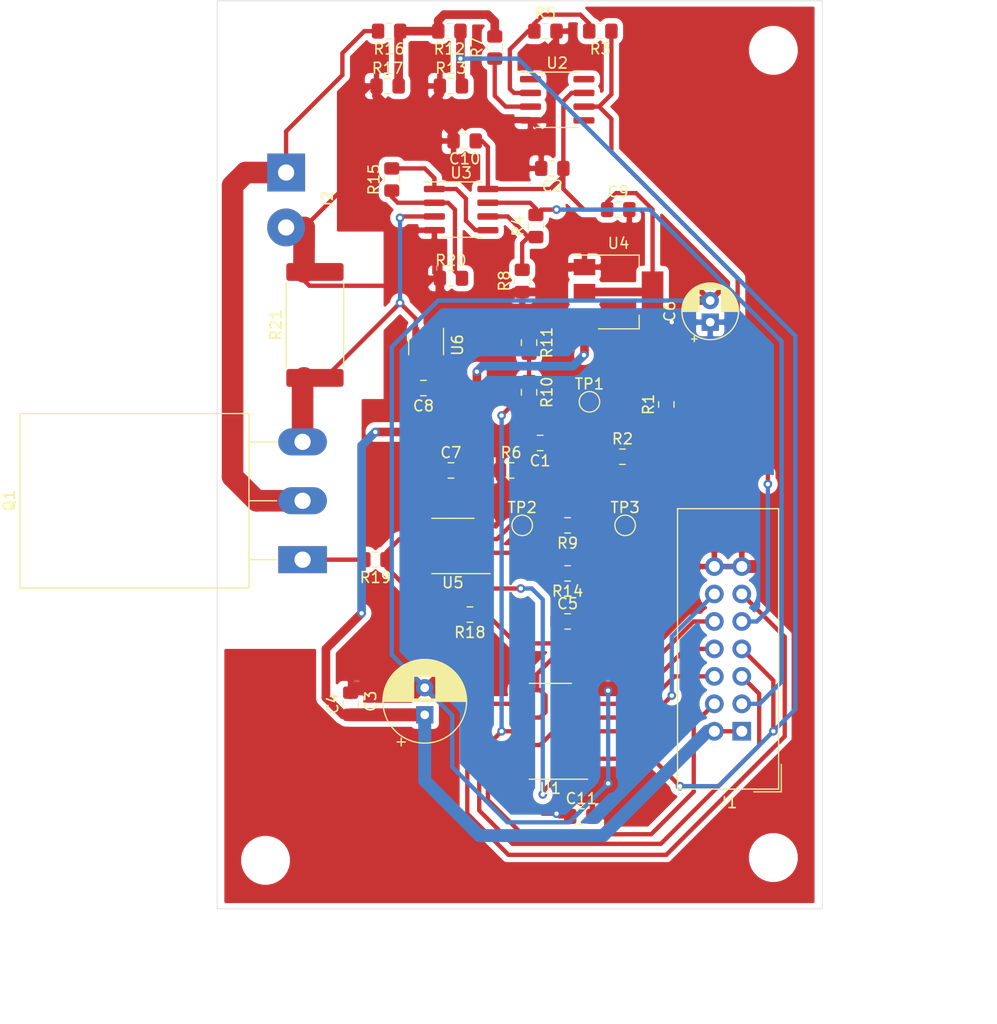
<source format=kicad_pcb>
(kicad_pcb (version 20171130) (host pcbnew "(5.1.5)-3")
  (layers (0 F.Cu signal) (31 B.Cu signal) (34 B.Paste user) (35 F.Paste user) (36 B.SilkS user) (37 F.SilkS user) (38 B.Mask user) (39 F.Mask user) (44 Edge.Cuts user))
  (net 0 "")
  (net 1 GNDA)
  (net 2 INP_CURR_H_RANGE)
  (net 3 +5VA)
  (net 4 +12V)
  (net 5 "Net-(C5-Pad2)")
  (net 6 "Net-(C5-Pad1)")
  (net 7 EN_VOLT_FB)
  (net 8 EN_V_POS)
  (net 9 EN_V_NEG)
  (net 10 EN_CURR_FB)
  (net 11 SET_V_POS)
  (net 12 SET_V_NEG)
  (net 13 INP_V_L_RANGE)
  (net 14 INP_V_H_RANGE)
  (net 15 INP_CURR_L_RANGE)
  (net 16 /INPUT_V_POS)
  (net 17 "Net-(Q1-Pad3)")
  (net 18 "Net-(Q1-Pad1)")
  (net 19 "Net-(R1-Pad2)")
  (net 20 "Net-(R3-Pad2)")
  (net 21 "Net-(R4-Pad1)")
  (net 22 "Net-(R12-Pad2)")
  (net 23 "Net-(R7-Pad1)")
  (net 24 "Net-(R9-Pad1)")
  (net 25 "Net-(R10-Pad1)")
  (net 26 "Net-(R11-Pad1)")
  (net 27 "Net-(R15-Pad2)")
  (net 28 "Net-(R15-Pad1)")
  (net 29 "Net-(R18-Pad2)")
  (net 30 "Net-(TP2-Pad1)")
  (net 31 "Net-(U2-Pad8)")
  (net 32 "Net-(U2-Pad5)")
  (net 33 "Net-(U2-Pad1)")
  (net 34 "Net-(U5-Pad8)")
  (net 35 "Net-(U5-Pad5)")
  (net 36 "Net-(U5-Pad1)")
  (module MountingHole:MountingHole_3.5mm (layer F.Cu) (at 172.466 127.254)
    (fp_text reference REF** hide)
    (fp_text value MountingHole_3.5mm)
    (pad 1 np_thru_hole circle (at 0 0) (size 3.5 3.5) (drill 3.5) (layers *.Cu *.Mask))
  )
  (module MountingHole:MountingHole_3.5mm (layer F.Cu) (at 125.476 127.508)
    (fp_text reference REF** hide)
    (fp_text value MountingHole_3.5mm)
    (pad 1 np_thru_hole circle (at 0 0) (size 3.5 3.5) (drill 3.5) (layers *.Cu *.Mask))
  )
  (module MountingHole:MountingHole_3.5mm (layer F.Cu) (at 125.476 52.578)
    (fp_text reference REF** hide)
    (fp_text value MountingHole_3.5mm)
    (pad 1 np_thru_hole circle (at 0 0) (size 3.5 3.5) (drill 3.5) (layers *.Cu *.Mask))
  )
  (module MountingHole:MountingHole_3.5mm (layer F.Cu) (at 172.466 52.578)
    (fp_text reference REF** hide)
    (fp_text value MountingHole_3.5mm)
    (pad 1 np_thru_hole circle (at 0 0) (size 3.5 3.5) (drill 3.5) (layers *.Cu *.Mask))
  )
  (module Connector_IDC:IDC-Header_2x07_P2.54mm_Vertical (layer F.Cu) (at 169.545 115.57 180)
    (fp_text reference J1 (at 1.27 -6.604) (layer F.SilkS))
    (fp_text value Conn_02x07_Odd_Even)
    (pad 14 thru_hole oval (at 2.54 15.24 180) (size 1.7272 1.7272) (drill 1.016) (layers *.Cu *.Mask) (net 1 GNDA))
    (pad 13 thru_hole oval (at 0 15.24 180) (size 1.7272 1.7272) (drill 1.016) (layers *.Cu *.Mask) (net 1 GNDA))
    (pad 12 thru_hole oval (at 2.54 12.7 180) (size 1.7272 1.7272) (drill 1.016) (layers *.Cu *.Mask) (net 11 SET_V_POS))
    (pad 11 thru_hole oval (at 0 12.7 180) (size 1.7272 1.7272) (drill 1.016) (layers *.Cu *.Mask) (net 12 SET_V_NEG))
    (pad 10 thru_hole oval (at 2.54 10.16 180) (size 1.7272 1.7272) (drill 1.016) (layers *.Cu *.Mask) (net 10 EN_CURR_FB))
    (pad 9 thru_hole oval (at 0 10.16 180) (size 1.7272 1.7272) (drill 1.016) (layers *.Cu *.Mask) (net 13 INP_V_L_RANGE))
    (pad 8 thru_hole oval (at 2.54 7.62 180) (size 1.7272 1.7272) (drill 1.016) (layers *.Cu *.Mask) (net 9 EN_V_NEG))
    (pad 7 thru_hole oval (at 0 7.62 180) (size 1.7272 1.7272) (drill 1.016) (layers *.Cu *.Mask) (net 14 INP_V_H_RANGE))
    (pad 6 thru_hole oval (at 2.54 5.08 180) (size 1.7272 1.7272) (drill 1.016) (layers *.Cu *.Mask) (net 8 EN_V_POS))
    (pad 5 thru_hole oval (at 0 5.08 180) (size 1.7272 1.7272) (drill 1.016) (layers *.Cu *.Mask) (net 2 INP_CURR_H_RANGE))
    (pad 4 thru_hole oval (at 2.54 2.54 180) (size 1.7272 1.7272) (drill 1.016) (layers *.Cu *.Mask) (net 7 EN_VOLT_FB))
    (pad 3 thru_hole oval (at 0 2.54 180) (size 1.7272 1.7272) (drill 1.016) (layers *.Cu *.Mask) (net 15 INP_CURR_L_RANGE))
    (pad 2 thru_hole oval (at 2.54 0 180) (size 1.7272 1.7272) (drill 1.016) (layers *.Cu *.Mask) (net 4 +12V))
    (pad 1 thru_hole rect (at 0 0 180) (size 1.7272 1.7272) (drill 1.016) (layers *.Cu *.Mask) (net 4 +12V))
  )
  (module Package_TO_SOT_SMD:SOT-23-5 (layer F.Cu) (at 140.335 79.84 270)
    (fp_text reference U6 (at 0 -2.9 90) (layer F.SilkS))
    (fp_text value INA293A)
    (pad 5 smd rect (at 1.1 -0.95 270) (size 1.06 0.65) (layers F.Cu F.Paste F.Mask) (net 4 +12V))
    (pad 4 smd rect (at 1.1 0.95 270) (size 1.06 0.65) (layers F.Cu F.Paste F.Mask) (net 1 GNDA))
    (pad 3 smd rect (at -1.1 0.95 270) (size 1.06 0.65) (layers F.Cu F.Paste F.Mask) (net 17 "Net-(Q1-Pad3)"))
    (pad 2 smd rect (at -1.1 0 270) (size 1.06 0.65) (layers F.Cu F.Paste F.Mask) (net 1 GNDA))
    (pad 1 smd rect (at -1.1 -0.95 270) (size 1.06 0.65) (layers F.Cu F.Paste F.Mask) (net 26 "Net-(R11-Pad1)"))
  )
  (module Package_SO:SOIC-8_3.9x4.9mm_P1.27mm (layer F.Cu) (at 142.81 98.425 180)
    (fp_text reference U5 (at 0 -3.4) (layer F.SilkS))
    (fp_text value OPA189D)
    (pad 8 smd roundrect (at 2.475 -1.905 180) (size 1.95 0.6) (layers F.Cu F.Paste F.Mask) (net 34 "Net-(U5-Pad8)"))
    (pad 7 smd roundrect (at 2.475 -0.635 180) (size 1.95 0.6) (layers F.Cu F.Paste F.Mask) (net 4 +12V))
    (pad 6 smd roundrect (at 2.475 0.635 180) (size 1.95 0.6) (layers F.Cu F.Paste F.Mask) (net 29 "Net-(R18-Pad2)"))
    (pad 5 smd roundrect (at 2.475 1.905 180) (size 1.95 0.6) (layers F.Cu F.Paste F.Mask) (net 35 "Net-(U5-Pad5)"))
    (pad 4 smd roundrect (at -2.475 1.905 180) (size 1.95 0.6) (layers F.Cu F.Paste F.Mask) (net 1 GNDA))
    (pad 3 smd roundrect (at -2.475 0.635 180) (size 1.95 0.6) (layers F.Cu F.Paste F.Mask) (net 30 "Net-(TP2-Pad1)"))
    (pad 2 smd roundrect (at -2.475 -0.635 180) (size 1.95 0.6) (layers F.Cu F.Paste F.Mask) (net 6 "Net-(C5-Pad1)"))
    (pad 1 smd roundrect (at -2.475 -1.905 180) (size 1.95 0.6) (layers F.Cu F.Paste F.Mask) (net 36 "Net-(U5-Pad1)"))
  )
  (module Package_TO_SOT_SMD:SOT-223-3_TabPin2 (layer F.Cu) (at 158.14 74.93)
    (fp_text reference U4 (at 0 -4.5) (layer F.SilkS))
    (fp_text value AMS1117-3.3)
    (pad 1 smd rect (at -3.15 -2.3) (size 2 1.5) (layers F.Cu F.Paste F.Mask) (net 1 GNDA))
    (pad 3 smd rect (at -3.15 2.3) (size 2 1.5) (layers F.Cu F.Paste F.Mask) (net 4 +12V))
    (pad 2 smd rect (at -3.15 0) (size 2 1.5) (layers F.Cu F.Paste F.Mask) (net 3 +5VA))
    (pad 2 smd rect (at 3.15 0) (size 2 3.8) (layers F.Cu F.Paste F.Mask) (net 3 +5VA))
  )
  (module Package_SO:SOIC-8_3.9x4.9mm_P1.27mm (layer F.Cu) (at 143.575 67.31)
    (fp_text reference U3 (at 0 -3.4) (layer F.SilkS))
    (fp_text value OPA2189D)
    (pad 8 smd roundrect (at 2.475 -1.905) (size 1.95 0.6) (layers F.Cu F.Paste F.Mask) (net 3 +5VA))
    (pad 7 smd roundrect (at 2.475 -0.635) (size 1.95 0.6) (layers F.Cu F.Paste F.Mask) (net 15 INP_CURR_L_RANGE))
    (pad 6 smd roundrect (at 2.475 0.635) (size 1.95 0.6) (layers F.Cu F.Paste F.Mask) (net 21 "Net-(R4-Pad1)"))
    (pad 5 smd roundrect (at 2.475 1.905) (size 1.95 0.6) (layers F.Cu F.Paste F.Mask) (net 27 "Net-(R15-Pad2)"))
    (pad 4 smd roundrect (at -2.475 1.905) (size 1.95 0.6) (layers F.Cu F.Paste F.Mask) (net 1 GNDA))
    (pad 3 smd roundrect (at -2.475 0.635) (size 1.95 0.6) (layers F.Cu F.Paste F.Mask) (net 17 "Net-(Q1-Pad3)"))
    (pad 2 smd roundrect (at -2.475 -0.635) (size 1.95 0.6) (layers F.Cu F.Paste F.Mask) (net 28 "Net-(R15-Pad1)"))
    (pad 1 smd roundrect (at -2.475 -1.905) (size 1.95 0.6) (layers F.Cu F.Paste F.Mask) (net 27 "Net-(R15-Pad2)"))
  )
  (module Package_SO:SOIC-8_3.9x4.9mm_P1.27mm (layer F.Cu) (at 152.465 57.15)
    (fp_text reference U2 (at 0 -3.4) (layer F.SilkS))
    (fp_text value OPA189D)
    (pad 8 smd roundrect (at 2.475 -1.905) (size 1.95 0.6) (layers F.Cu F.Paste F.Mask) (net 31 "Net-(U2-Pad8)"))
    (pad 7 smd roundrect (at 2.475 -0.635) (size 1.95 0.6) (layers F.Cu F.Paste F.Mask) (net 3 +5VA))
    (pad 6 smd roundrect (at 2.475 0.635) (size 1.95 0.6) (layers F.Cu F.Paste F.Mask) (net 19 "Net-(R1-Pad2)"))
    (pad 5 smd roundrect (at 2.475 1.905) (size 1.95 0.6) (layers F.Cu F.Paste F.Mask) (net 32 "Net-(U2-Pad5)"))
    (pad 4 smd roundrect (at -2.475 1.905) (size 1.95 0.6) (layers F.Cu F.Paste F.Mask) (net 1 GNDA))
    (pad 3 smd roundrect (at -2.475 0.635) (size 1.95 0.6) (layers F.Cu F.Paste F.Mask) (net 23 "Net-(R7-Pad1)"))
    (pad 2 smd roundrect (at -2.475 -0.635) (size 1.95 0.6) (layers F.Cu F.Paste F.Mask) (net 20 "Net-(R3-Pad2)"))
    (pad 1 smd roundrect (at -2.475 -1.905) (size 1.95 0.6) (layers F.Cu F.Paste F.Mask) (net 33 "Net-(U2-Pad1)"))
  )
  (module Package_SO:SOIC-14_3.9x8.7mm_P1.27mm (layer F.Cu) (at 151.83 115.57 180)
    (fp_text reference U1 (at 0 -5.28) (layer F.SilkS))
    (fp_text value 4066)
    (pad 14 smd roundrect (at 2.475 -3.81 180) (size 1.95 0.6) (layers F.Cu F.Paste F.Mask) (net 3 +5VA))
    (pad 13 smd roundrect (at 2.475 -2.54 180) (size 1.95 0.6) (layers F.Cu F.Paste F.Mask) (net 7 EN_VOLT_FB))
    (pad 12 smd roundrect (at 2.475 -1.27 180) (size 1.95 0.6) (layers F.Cu F.Paste F.Mask) (net 10 EN_CURR_FB))
    (pad 11 smd roundrect (at 2.475 0 180) (size 1.95 0.6) (layers F.Cu F.Paste F.Mask) (net 2 INP_CURR_H_RANGE))
    (pad 10 smd roundrect (at 2.475 1.27 180) (size 1.95 0.6) (layers F.Cu F.Paste F.Mask) (net 24 "Net-(R9-Pad1)"))
    (pad 9 smd roundrect (at 2.475 2.54 180) (size 1.95 0.6) (layers F.Cu F.Paste F.Mask) (net 12 SET_V_NEG))
    (pad 8 smd roundrect (at 2.475 3.81 180) (size 1.95 0.6) (layers F.Cu F.Paste F.Mask) (net 24 "Net-(R9-Pad1)"))
    (pad 7 smd roundrect (at -2.475 3.81 180) (size 1.95 0.6) (layers F.Cu F.Paste F.Mask) (net 1 GNDA))
    (pad 6 smd roundrect (at -2.475 2.54 180) (size 1.95 0.6) (layers F.Cu F.Paste F.Mask) (net 9 EN_V_NEG))
    (pad 5 smd roundrect (at -2.475 1.27 180) (size 1.95 0.6) (layers F.Cu F.Paste F.Mask) (net 8 EN_V_POS))
    (pad 4 smd roundrect (at -2.475 0 180) (size 1.95 0.6) (layers F.Cu F.Paste F.Mask) (net 11 SET_V_POS))
    (pad 3 smd roundrect (at -2.475 -1.27 180) (size 1.95 0.6) (layers F.Cu F.Paste F.Mask) (net 30 "Net-(TP2-Pad1)"))
    (pad 2 smd roundrect (at -2.475 -2.54 180) (size 1.95 0.6) (layers F.Cu F.Paste F.Mask) (net 14 INP_V_H_RANGE))
    (pad 1 smd roundrect (at -2.475 -3.81 180) (size 1.95 0.6) (layers F.Cu F.Paste F.Mask) (net 30 "Net-(TP2-Pad1)"))
  )
  (module TestPoint:TestPoint_Pad_D1.5mm (layer F.Cu) (at 158.75 96.52)
    (fp_text reference TP3 (at 0 -1.648) (layer F.SilkS))
    (fp_text value TestPoint)
    (pad 1 smd circle (at 0 0) (size 1.5 1.5) (layers F.Cu F.Mask) (net 24 "Net-(R9-Pad1)"))
  )
  (module TestPoint:TestPoint_Pad_D1.5mm (layer F.Cu) (at 149.225 96.52)
    (fp_text reference TP2 (at 0 -1.648) (layer F.SilkS))
    (fp_text value TestPoint)
    (pad 1 smd circle (at 0 0) (size 1.5 1.5) (layers F.Cu F.Mask) (net 30 "Net-(TP2-Pad1)"))
  )
  (module TestPoint:TestPoint_Pad_D1.5mm (layer F.Cu) (at 155.448 85.09)
    (fp_text reference TP1 (at 0 -1.648) (layer F.SilkS))
    (fp_text value TestPoint)
    (pad 1 smd circle (at 0 0) (size 1.5 1.5) (layers F.Cu F.Mask) (net 2 INP_CURR_H_RANGE))
  )
  (module Resistor_SMD:R_4020_10251Metric_Pad1.65x5.30mm_HandSolder (layer F.Cu) (at 130.048 77.978 90)
    (fp_text reference R21 (at 0 -3.6 90) (layer F.SilkS))
    (fp_text value 0.01)
    (pad 2 smd roundrect (at 4.9 0 90) (size 1.65 5.3) (layers F.Cu F.Paste F.Mask) (roundrect_rratio 0.151515) (net 1 GNDA))
    (pad 1 smd roundrect (at -4.9 0 90) (size 1.65 5.3) (layers F.Cu F.Paste F.Mask) (roundrect_rratio 0.151515) (net 17 "Net-(Q1-Pad3)"))
  )
  (module Resistor_SMD:R_0805_2012Metric_Pad1.15x1.40mm_HandSolder (layer F.Cu) (at 142.63 73.66)
    (fp_text reference R20 (at 0 -1.65) (layer F.SilkS))
    (fp_text value 20K)
    (pad 2 smd roundrect (at 1.025 0) (size 1.15 1.4) (layers F.Cu F.Paste F.Mask) (roundrect_rratio 0.217391) (net 28 "Net-(R15-Pad1)"))
    (pad 1 smd roundrect (at -1.025 0) (size 1.15 1.4) (layers F.Cu F.Paste F.Mask) (roundrect_rratio 0.217391) (net 1 GNDA))
  )
  (module Resistor_SMD:R_0805_2012Metric_Pad1.15x1.40mm_HandSolder (layer F.Cu) (at 135.645 99.695 180)
    (fp_text reference R19 (at 0 -1.65) (layer F.SilkS))
    (fp_text value 100)
    (pad 2 smd roundrect (at 1.025 0 180) (size 1.15 1.4) (layers F.Cu F.Paste F.Mask) (roundrect_rratio 0.217391) (net 18 "Net-(Q1-Pad1)"))
    (pad 1 smd roundrect (at -1.025 0 180) (size 1.15 1.4) (layers F.Cu F.Paste F.Mask) (roundrect_rratio 0.217391) (net 29 "Net-(R18-Pad2)"))
  )
  (module Resistor_SMD:R_0805_2012Metric_Pad1.15x1.40mm_HandSolder (layer F.Cu) (at 144.39 104.775 180)
    (fp_text reference R18 (at 0 -1.65) (layer F.SilkS))
    (fp_text value DNM)
    (pad 2 smd roundrect (at 1.025 0 180) (size 1.15 1.4) (layers F.Cu F.Paste F.Mask) (roundrect_rratio 0.217391) (net 29 "Net-(R18-Pad2)"))
    (pad 1 smd roundrect (at -1.025 0 180) (size 1.15 1.4) (layers F.Cu F.Paste F.Mask) (roundrect_rratio 0.217391) (net 5 "Net-(C5-Pad2)"))
  )
  (module Resistor_SMD:R_0805_2012Metric_Pad1.15x1.40mm_HandSolder (layer F.Cu) (at 136.77 55.88)
    (fp_text reference R17 (at 0 -1.65) (layer F.SilkS))
    (fp_text value 6.8K)
    (pad 2 smd roundrect (at 1.025 0) (size 1.15 1.4) (layers F.Cu F.Paste F.Mask) (roundrect_rratio 0.217391) (net 22 "Net-(R12-Pad2)"))
    (pad 1 smd roundrect (at -1.025 0) (size 1.15 1.4) (layers F.Cu F.Paste F.Mask) (roundrect_rratio 0.217391) (net 1 GNDA))
  )
  (module Resistor_SMD:R_0805_2012Metric_Pad1.15x1.40mm_HandSolder (layer F.Cu) (at 136.915 50.8 180)
    (fp_text reference R16 (at 0 -1.65) (layer F.SilkS))
    (fp_text value 330K)
    (pad 2 smd roundrect (at 1.025 0 180) (size 1.15 1.4) (layers F.Cu F.Paste F.Mask) (roundrect_rratio 0.217391) (net 16 /INPUT_V_POS))
    (pad 1 smd roundrect (at -1.025 0 180) (size 1.15 1.4) (layers F.Cu F.Paste F.Mask) (roundrect_rratio 0.217391) (net 22 "Net-(R12-Pad2)"))
  )
  (module Resistor_SMD:R_0805_2012Metric_Pad1.15x1.40mm_HandSolder (layer F.Cu) (at 137.16 64.525 90)
    (fp_text reference R15 (at 0 -1.65 90) (layer F.SilkS))
    (fp_text value 180K)
    (pad 2 smd roundrect (at 1.025 0 90) (size 1.15 1.4) (layers F.Cu F.Paste F.Mask) (roundrect_rratio 0.217391) (net 27 "Net-(R15-Pad2)"))
    (pad 1 smd roundrect (at -1.025 0 90) (size 1.15 1.4) (layers F.Cu F.Paste F.Mask) (roundrect_rratio 0.217391) (net 28 "Net-(R15-Pad1)"))
  )
  (module Resistor_SMD:R_0805_2012Metric_Pad1.15x1.40mm_HandSolder (layer F.Cu) (at 153.425 100.965 180)
    (fp_text reference R14 (at 0 -1.65) (layer F.SilkS))
    (fp_text value DNM)
    (pad 2 smd roundrect (at 1.025 0 180) (size 1.15 1.4) (layers F.Cu F.Paste F.Mask) (roundrect_rratio 0.217391) (net 6 "Net-(C5-Pad1)"))
    (pad 1 smd roundrect (at -1.025 0 180) (size 1.15 1.4) (layers F.Cu F.Paste F.Mask) (roundrect_rratio 0.217391) (net 5 "Net-(C5-Pad2)"))
  )
  (module Resistor_SMD:R_0805_2012Metric_Pad1.15x1.40mm_HandSolder (layer F.Cu) (at 142.63 55.88)
    (fp_text reference R13 (at 0 -1.65) (layer F.SilkS))
    (fp_text value 22K)
    (pad 2 smd roundrect (at 1.025 0) (size 1.15 1.4) (layers F.Cu F.Paste F.Mask) (roundrect_rratio 0.217391) (net 14 INP_V_H_RANGE))
    (pad 1 smd roundrect (at -1.025 0) (size 1.15 1.4) (layers F.Cu F.Paste F.Mask) (roundrect_rratio 0.217391) (net 1 GNDA))
  )
  (module Resistor_SMD:R_0805_2012Metric_Pad1.15x1.40mm_HandSolder (layer F.Cu) (at 142.485 50.8 180)
    (fp_text reference R12 (at 0 -1.65) (layer F.SilkS))
    (fp_text value 56K)
    (pad 2 smd roundrect (at 1.025 0 180) (size 1.15 1.4) (layers F.Cu F.Paste F.Mask) (roundrect_rratio 0.217391) (net 22 "Net-(R12-Pad2)"))
    (pad 1 smd roundrect (at -1.025 0 180) (size 1.15 1.4) (layers F.Cu F.Paste F.Mask) (roundrect_rratio 0.217391) (net 14 INP_V_H_RANGE))
  )
  (module Resistor_SMD:R_0805_2012Metric_Pad1.15x1.40mm_HandSolder (layer F.Cu) (at 149.86 79.62 270)
    (fp_text reference R11 (at 0 -1.65 90) (layer F.SilkS))
    (fp_text value 56K)
    (pad 2 smd roundrect (at 1.025 0 270) (size 1.15 1.4) (layers F.Cu F.Paste F.Mask) (roundrect_rratio 0.217391) (net 25 "Net-(R10-Pad1)"))
    (pad 1 smd roundrect (at -1.025 0 270) (size 1.15 1.4) (layers F.Cu F.Paste F.Mask) (roundrect_rratio 0.217391) (net 26 "Net-(R11-Pad1)"))
  )
  (module Resistor_SMD:R_0805_2012Metric_Pad1.15x1.40mm_HandSolder (layer F.Cu) (at 149.86 84.21 270)
    (fp_text reference R10 (at 0 -1.65 90) (layer F.SilkS))
    (fp_text value 16K)
    (pad 2 smd roundrect (at 1.025 0 270) (size 1.15 1.4) (layers F.Cu F.Paste F.Mask) (roundrect_rratio 0.217391) (net 2 INP_CURR_H_RANGE))
    (pad 1 smd roundrect (at -1.025 0 270) (size 1.15 1.4) (layers F.Cu F.Paste F.Mask) (roundrect_rratio 0.217391) (net 25 "Net-(R10-Pad1)"))
  )
  (module Resistor_SMD:R_0805_2012Metric_Pad1.15x1.40mm_HandSolder (layer F.Cu) (at 153.425 96.52 180)
    (fp_text reference R9 (at 0 -1.65) (layer F.SilkS))
    (fp_text value DNM)
    (pad 2 smd roundrect (at 1.025 0 180) (size 1.15 1.4) (layers F.Cu F.Paste F.Mask) (roundrect_rratio 0.217391) (net 6 "Net-(C5-Pad1)"))
    (pad 1 smd roundrect (at -1.025 0 180) (size 1.15 1.4) (layers F.Cu F.Paste F.Mask) (roundrect_rratio 0.217391) (net 24 "Net-(R9-Pad1)"))
  )
  (module Resistor_SMD:R_0805_2012Metric_Pad1.15x1.40mm_HandSolder (layer F.Cu) (at 149.225 73.905 90)
    (fp_text reference R8 (at 0 -1.65 90) (layer F.SilkS))
    (fp_text value 27K)
    (pad 2 smd roundrect (at 1.025 0 90) (size 1.15 1.4) (layers F.Cu F.Paste F.Mask) (roundrect_rratio 0.217391) (net 21 "Net-(R4-Pad1)"))
    (pad 1 smd roundrect (at -1.025 0 90) (size 1.15 1.4) (layers F.Cu F.Paste F.Mask) (roundrect_rratio 0.217391) (net 1 GNDA))
  )
  (module Resistor_SMD:R_0805_2012Metric_Pad1.15x1.40mm_HandSolder (layer F.Cu) (at 146.685 52.315 90)
    (fp_text reference R7 (at 0 -1.65 90) (layer F.SilkS))
    (fp_text value 120K)
    (pad 2 smd roundrect (at 1.025 0 90) (size 1.15 1.4) (layers F.Cu F.Paste F.Mask) (roundrect_rratio 0.217391) (net 22 "Net-(R12-Pad2)"))
    (pad 1 smd roundrect (at -1.025 0 90) (size 1.15 1.4) (layers F.Cu F.Paste F.Mask) (roundrect_rratio 0.217391) (net 23 "Net-(R7-Pad1)"))
  )
  (module Resistor_SMD:R_0805_2012Metric_Pad1.15x1.40mm_HandSolder (layer F.Cu) (at 148.2 91.44)
    (fp_text reference R6 (at 0 -1.65) (layer F.SilkS))
    (fp_text value 18K)
    (pad 2 smd roundrect (at 1.025 0) (size 1.15 1.4) (layers F.Cu F.Paste F.Mask) (roundrect_rratio 0.217391) (net 2 INP_CURR_H_RANGE))
    (pad 1 smd roundrect (at -1.025 0) (size 1.15 1.4) (layers F.Cu F.Paste F.Mask) (roundrect_rratio 0.217391) (net 1 GNDA))
  )
  (module Resistor_SMD:R_0805_2012Metric_Pad1.15x1.40mm_HandSolder (layer F.Cu) (at 151.375 50.8)
    (fp_text reference R5 (at 0 -1.65) (layer F.SilkS))
    (fp_text value 1.5K)
    (pad 2 smd roundrect (at 1.025 0) (size 1.15 1.4) (layers F.Cu F.Paste F.Mask) (roundrect_rratio 0.217391) (net 1 GNDA))
    (pad 1 smd roundrect (at -1.025 0) (size 1.15 1.4) (layers F.Cu F.Paste F.Mask) (roundrect_rratio 0.217391) (net 20 "Net-(R3-Pad2)"))
  )
  (module Resistor_SMD:R_0805_2012Metric_Pad1.15x1.40mm_HandSolder (layer F.Cu) (at 150.495 68.825 90)
    (fp_text reference R4 (at 0 -1.65 90) (layer F.SilkS))
    (fp_text value 510K)
    (pad 2 smd roundrect (at 1.025 0 90) (size 1.15 1.4) (layers F.Cu F.Paste F.Mask) (roundrect_rratio 0.217391) (net 15 INP_CURR_L_RANGE))
    (pad 1 smd roundrect (at -1.025 0 90) (size 1.15 1.4) (layers F.Cu F.Paste F.Mask) (roundrect_rratio 0.217391) (net 21 "Net-(R4-Pad1)"))
  )
  (module Resistor_SMD:R_0805_2012Metric_Pad1.15x1.40mm_HandSolder (layer F.Cu) (at 156.455 50.8 180)
    (fp_text reference R3 (at 0 -1.65) (layer F.SilkS))
    (fp_text value 36K)
    (pad 2 smd roundrect (at 1.025 0 180) (size 1.15 1.4) (layers F.Cu F.Paste F.Mask) (roundrect_rratio 0.217391) (net 20 "Net-(R3-Pad2)"))
    (pad 1 smd roundrect (at -1.025 0 180) (size 1.15 1.4) (layers F.Cu F.Paste F.Mask) (roundrect_rratio 0.217391) (net 19 "Net-(R1-Pad2)"))
  )
  (module Resistor_SMD:R_0805_2012Metric_Pad1.15x1.40mm_HandSolder (layer F.Cu) (at 158.505 90.17)
    (fp_text reference R2 (at 0 -1.65) (layer F.SilkS))
    (fp_text value 120K)
    (pad 2 smd roundrect (at 1.025 0) (size 1.15 1.4) (layers F.Cu F.Paste F.Mask) (roundrect_rratio 0.217391) (net 13 INP_V_L_RANGE))
    (pad 1 smd roundrect (at -1.025 0) (size 1.15 1.4) (layers F.Cu F.Paste F.Mask) (roundrect_rratio 0.217391) (net 1 GNDA))
  )
  (module Resistor_SMD:R_0805_2012Metric_Pad1.15x1.40mm_HandSolder (layer F.Cu) (at 162.56 85.335 90)
    (fp_text reference R1 (at 0 -1.65 90) (layer F.SilkS))
    (fp_text value 180K)
    (pad 2 smd roundrect (at 1.025 0 90) (size 1.15 1.4) (layers F.Cu F.Paste F.Mask) (roundrect_rratio 0.217391) (net 19 "Net-(R1-Pad2)"))
    (pad 1 smd roundrect (at -1.025 0 90) (size 1.15 1.4) (layers F.Cu F.Paste F.Mask) (roundrect_rratio 0.217391) (net 13 INP_V_L_RANGE))
  )
  (module Package_TO_SOT_THT:TO-247-3_Horizontal_TabDown (layer F.Cu) (at 128.905 99.695 90)
    (fp_text reference Q1 (at 5.45 -27.15 90) (layer F.SilkS))
    (fp_text value IRFP350)
    (pad 3 thru_hole oval (at 10.9 0 90) (size 2.5 4.5) (drill 1.5) (layers *.Cu *.Mask) (net 17 "Net-(Q1-Pad3)"))
    (pad 2 thru_hole oval (at 5.45 0 90) (size 2.5 4.5) (drill 1.5) (layers *.Cu *.Mask) (net 16 /INPUT_V_POS))
    (pad 1 thru_hole rect (at 0 0 90) (size 2.5 4.5) (drill 1.5) (layers *.Cu *.Mask) (net 18 "Net-(Q1-Pad1)"))
    (pad "" np_thru_hole oval (at 5.45 -19.86 90) (size 3.6 3.6) (drill 3.6) (layers *.Cu *.Mask))
  )
  (module Connector_Wire:SolderWirePad_1x02_P5.08mm_Drill1.5mm (layer F.Cu) (at 127.381 63.881 270)
    (fp_text reference J2 (at 2.54 -3.81 90) (layer F.SilkS))
    (fp_text value Conn_01x02_Female)
    (pad 2 thru_hole circle (at 5.08 0 270) (size 3.50012 3.50012) (drill 1.50114) (layers *.Cu *.Mask) (net 1 GNDA))
    (pad 1 thru_hole rect (at 0 0 270) (size 3.50012 3.50012) (drill 1.50114) (layers *.Cu *.Mask) (net 16 /INPUT_V_POS))
  )
  (module Capacitor_SMD:C_0805_2012Metric_Pad1.15x1.40mm_HandSolder (layer F.Cu) (at 154.695 123.444)
    (fp_text reference C11 (at 0 -1.65) (layer F.SilkS))
    (fp_text value 100n)
    (pad 2 smd roundrect (at 1.025 0) (size 1.15 1.4) (layers F.Cu F.Paste F.Mask) (roundrect_rratio 0.217391) (net 1 GNDA))
    (pad 1 smd roundrect (at -1.025 0) (size 1.15 1.4) (layers F.Cu F.Paste F.Mask) (roundrect_rratio 0.217391) (net 3 +5VA))
  )
  (module Capacitor_SMD:C_0805_2012Metric_Pad1.15x1.40mm_HandSolder (layer F.Cu) (at 143.9 60.96 180)
    (fp_text reference C10 (at 0 -1.65) (layer F.SilkS))
    (fp_text value 100n)
    (pad 2 smd roundrect (at 1.025 0 180) (size 1.15 1.4) (layers F.Cu F.Paste F.Mask) (roundrect_rratio 0.217391) (net 1 GNDA))
    (pad 1 smd roundrect (at -1.025 0 180) (size 1.15 1.4) (layers F.Cu F.Paste F.Mask) (roundrect_rratio 0.217391) (net 3 +5VA))
  )
  (module Capacitor_SMD:C_0805_2012Metric_Pad1.15x1.40mm_HandSolder (layer F.Cu) (at 158.115 67.31)
    (fp_text reference C9 (at 0 -1.65) (layer F.SilkS))
    (fp_text value 100n)
    (pad 2 smd roundrect (at 1.025 0) (size 1.15 1.4) (layers F.Cu F.Paste F.Mask) (roundrect_rratio 0.217391) (net 1 GNDA))
    (pad 1 smd roundrect (at -1.025 0) (size 1.15 1.4) (layers F.Cu F.Paste F.Mask) (roundrect_rratio 0.217391) (net 3 +5VA))
  )
  (module Capacitor_SMD:C_0805_2012Metric_Pad1.15x1.40mm_HandSolder (layer F.Cu) (at 140.09 83.82 180)
    (fp_text reference C8 (at 0 -1.65) (layer F.SilkS))
    (fp_text value 100n)
    (pad 2 smd roundrect (at 1.025 0 180) (size 1.15 1.4) (layers F.Cu F.Paste F.Mask) (roundrect_rratio 0.217391) (net 1 GNDA))
    (pad 1 smd roundrect (at -1.025 0 180) (size 1.15 1.4) (layers F.Cu F.Paste F.Mask) (roundrect_rratio 0.217391) (net 4 +12V))
  )
  (module Capacitor_SMD:C_0805_2012Metric_Pad1.15x1.40mm_HandSolder (layer F.Cu) (at 142.63 91.44)
    (fp_text reference C7 (at 0 -1.65) (layer F.SilkS))
    (fp_text value 100n)
    (pad 2 smd roundrect (at 1.025 0) (size 1.15 1.4) (layers F.Cu F.Paste F.Mask) (roundrect_rratio 0.217391) (net 1 GNDA))
    (pad 1 smd roundrect (at -1.025 0) (size 1.15 1.4) (layers F.Cu F.Paste F.Mask) (roundrect_rratio 0.217391) (net 4 +12V))
  )
  (module Capacitor_THT:CP_Radial_D5.0mm_P2.00mm (layer F.Cu) (at 166.624 77.724 90)
    (fp_text reference C6 (at 1 -3.75 90) (layer F.SilkS))
    (fp_text value 10u)
    (pad 2 thru_hole circle (at 2 0 90) (size 1.6 1.6) (drill 0.8) (layers *.Cu *.Mask) (net 1 GNDA))
    (pad 1 thru_hole rect (at 0 0 90) (size 1.6 1.6) (drill 0.8) (layers *.Cu *.Mask) (net 3 +5VA))
  )
  (module Capacitor_SMD:C_0805_2012Metric_Pad1.15x1.40mm_HandSolder (layer F.Cu) (at 153.425 105.41)
    (fp_text reference C5 (at 0 -1.65) (layer F.SilkS))
    (fp_text value DNM)
    (pad 2 smd roundrect (at 1.025 0) (size 1.15 1.4) (layers F.Cu F.Paste F.Mask) (roundrect_rratio 0.217391) (net 5 "Net-(C5-Pad2)"))
    (pad 1 smd roundrect (at -1.025 0) (size 1.15 1.4) (layers F.Cu F.Paste F.Mask) (roundrect_rratio 0.217391) (net 6 "Net-(C5-Pad1)"))
  )
  (module Capacitor_SMD:C_0805_2012Metric_Pad1.15x1.40mm_HandSolder (layer F.Cu) (at 133.35 113.021 90)
    (fp_text reference C4 (at 0 -1.65 90) (layer F.SilkS))
    (fp_text value 100n)
    (pad 2 smd roundrect (at 1.025 0 90) (size 1.15 1.4) (layers F.Cu F.Paste F.Mask) (roundrect_rratio 0.217391) (net 1 GNDA))
    (pad 1 smd roundrect (at -1.025 0 90) (size 1.15 1.4) (layers F.Cu F.Paste F.Mask) (roundrect_rratio 0.217391) (net 4 +12V))
  )
  (module Capacitor_THT:CP_Radial_D7.5mm_P2.50mm (layer F.Cu) (at 140.208 114.046 90)
    (fp_text reference C3 (at 1.25 -5 90) (layer F.SilkS))
    (fp_text value 100u)
    (pad 2 thru_hole circle (at 2.5 0 90) (size 1.6 1.6) (drill 0.8) (layers *.Cu *.Mask) (net 1 GNDA))
    (pad 1 thru_hole rect (at 0 0 90) (size 1.6 1.6) (drill 0.8) (layers *.Cu *.Mask) (net 4 +12V))
  )
  (module Capacitor_SMD:C_0805_2012Metric_Pad1.15x1.40mm_HandSolder (layer F.Cu) (at 152.01 63.5 180)
    (fp_text reference C2 (at 0 -1.65) (layer F.SilkS))
    (fp_text value 100n)
    (pad 2 smd roundrect (at 1.025 0 180) (size 1.15 1.4) (layers F.Cu F.Paste F.Mask) (roundrect_rratio 0.217391) (net 1 GNDA))
    (pad 1 smd roundrect (at -1.025 0 180) (size 1.15 1.4) (layers F.Cu F.Paste F.Mask) (roundrect_rratio 0.217391) (net 3 +5VA))
  )
  (module Capacitor_SMD:C_0805_2012Metric_Pad1.15x1.40mm_HandSolder (layer F.Cu) (at 150.885 88.9 180)
    (fp_text reference C1 (at 0 -1.65) (layer F.SilkS))
    (fp_text value DNM)
    (pad 2 smd roundrect (at 1.025 0 180) (size 1.15 1.4) (layers F.Cu F.Paste F.Mask) (roundrect_rratio 0.217391) (net 1 GNDA))
    (pad 1 smd roundrect (at -1.025 0 180) (size 1.15 1.4) (layers F.Cu F.Paste F.Mask) (roundrect_rratio 0.217391) (net 2 INP_CURR_H_RANGE))
  )
  (gr_line (start 121 132) (end 121 48) (layer Edge.Cuts) (width 0.05))
  (gr_line (start 177 132) (end 121 132) (layer Edge.Cuts) (width 0.05))
  (gr_line (start 177 48) (end 177 132) (layer Edge.Cuts) (width 0.05))
  (gr_line (start 121 48) (end 177 48) (layer Edge.Cuts) (width 0.05))
  (segment (start 141.605 56.58) (end 141.605 55.88) (width 0.8) (layer F.Cu) (net 1))
  (segment (start 136.8645 57.912) (end 140.273 57.912) (width 0.8) (layer F.Cu) (net 1))
  (segment (start 135.745 55.88) (end 135.745 56.7925) (width 0.8) (layer F.Cu) (net 1))
  (segment (start 135.745 56.7925) (end 136.8645 57.912) (width 0.8) (layer F.Cu) (net 1))
  (segment (start 142.875 60.26) (end 140.527 57.912) (width 0.8) (layer F.Cu) (net 1))
  (segment (start 140.527 57.912) (end 140.462 57.912) (width 0.8) (layer F.Cu) (net 1))
  (segment (start 140.273 57.912) (end 140.462 57.912) (width 0.8) (layer F.Cu) (net 1))
  (segment (start 140.462 57.912) (end 141.605 56.58) (width 0.8) (layer F.Cu) (net 1))
  (segment (start 140.335 79.99) (end 140.335 78.74) (width 0.4) (layer F.Cu) (net 1))
  (segment (start 139.385 80.94) (end 140.335 79.99) (width 0.4) (layer F.Cu) (net 1))
  (segment (start 150.985 60.05) (end 149.99 59.055) (width 0.4) (layer F.Cu) (net 1))
  (segment (start 150.985 63.5) (end 150.985 60.05) (width 0.4) (layer F.Cu) (net 1))
  (segment (start 141.1 73.155) (end 141.605 73.66) (width 0.4) (layer F.Cu) (net 1))
  (segment (start 141.1 69.215) (end 141.1 73.155) (width 0.4) (layer F.Cu) (net 1))
  (segment (start 141.03 73.66) (end 141.605 73.66) (width 0.4) (layer F.Cu) (net 1))
  (segment (start 140.335 74.355) (end 141.03 73.66) (width 0.4) (layer F.Cu) (net 1))
  (segment (start 140.335 78.74) (end 140.335 74.355) (width 0.4) (layer F.Cu) (net 1))
  (segment (start 139.385 83.5) (end 139.065 83.82) (width 0.4) (layer F.Cu) (net 1))
  (segment (start 139.385 80.94) (end 139.385 83.5) (width 0.4) (layer F.Cu) (net 1))
  (segment (start 147.175 91.44) (end 143.655 91.44) (width 0.8) (layer F.Cu) (net 1))
  (segment (start 154.99 72.63) (end 153.684 72.63) (width 0.8) (layer F.Cu) (net 1))
  (segment (start 153.684 72.63) (end 153.67 72.644) (width 0.8) (layer F.Cu) (net 1))
  (segment (start 153.67 72.644) (end 153.162 72.644) (width 0.8) (layer F.Cu) (net 1))
  (segment (start 150.876 74.93) (end 149.225 74.93) (width 0.8) (layer F.Cu) (net 1))
  (segment (start 153.162 72.644) (end 150.876 74.93) (width 0.8) (layer F.Cu) (net 1))
  (segment (start 148.59 88.9) (end 149.86 88.9) (width 0.8) (layer F.Cu) (net 1))
  (segment (start 147.175 91.44) (end 147.175 90.315) (width 0.8) (layer F.Cu) (net 1))
  (segment (start 147.175 90.315) (end 148.59 88.9) (width 0.8) (layer F.Cu) (net 1))
  (segment (start 145.285 93.07) (end 143.655 91.44) (width 0.8) (layer F.Cu) (net 1))
  (segment (start 145.285 96.52) (end 145.285 93.07) (width 0.8) (layer F.Cu) (net 1))
  (segment (start 169.545 100.33) (end 167.005 100.33) (width 0.4) (layer B.Cu) (net 1))
  (segment (start 156.905 90.17) (end 153.603 93.472) (width 0.8) (layer F.Cu) (net 1))
  (segment (start 157.48 90.17) (end 156.905 90.17) (width 0.8) (layer F.Cu) (net 1))
  (segment (start 147.175 92.14) (end 147.175 91.44) (width 0.4) (layer F.Cu) (net 1))
  (segment (start 148.507 93.472) (end 147.175 92.14) (width 0.8) (layer F.Cu) (net 1))
  (segment (start 153.603 93.472) (end 148.507 93.472) (width 0.8) (layer F.Cu) (net 1))
  (segment (start 150.965 59.055) (end 149.99 59.055) (width 0.4) (layer F.Cu) (net 1))
  (segment (start 151.892 58.128) (end 150.965 59.055) (width 0.4) (layer F.Cu) (net 1))
  (segment (start 151.892 52.008) (end 151.892 58.128) (width 0.4) (layer F.Cu) (net 1))
  (segment (start 152.4 50.8) (end 152.4 51.5) (width 0.4) (layer F.Cu) (net 1))
  (segment (start 152.4 51.5) (end 151.892 52.008) (width 0.4) (layer F.Cu) (net 1))
  (segment (start 142.875 60.26) (end 142.875 60.96) (width 0.4) (layer F.Cu) (net 1))
  (segment (start 144.207 58.928) (end 142.875 60.26) (width 0.4) (layer F.Cu) (net 1))
  (segment (start 149.99 59.055) (end 149.863 58.928) (width 0.4) (layer F.Cu) (net 1))
  (segment (start 149.863 58.928) (end 144.207 58.928) (width 0.4) (layer F.Cu) (net 1))
  (segment (start 148.525 74.93) (end 148.017 75.438) (width 0.8) (layer F.Cu) (net 1))
  (segment (start 149.225 74.93) (end 148.525 74.93) (width 0.8) (layer F.Cu) (net 1))
  (segment (start 148.017 75.438) (end 142.24 75.438) (width 0.8) (layer F.Cu) (net 1))
  (segment (start 141.605 74.803) (end 141.605 73.66) (width 0.8) (layer F.Cu) (net 1))
  (segment (start 142.24 75.438) (end 141.605 74.803) (width 0.8) (layer F.Cu) (net 1))
  (segment (start 133.8 111.546) (end 133.35 111.996) (width 1.2) (layer F.Cu) (net 1))
  (segment (start 140.208 111.546) (end 133.8 111.546) (width 1.2) (layer F.Cu) (net 1))
  (via (at 157.179 120.396) (size 0.8) (drill 0.4) (layers F.Cu B.Cu) (net 1))
  (segment (start 157.179 120.396) (end 157.179 111.807) (width 0.4) (layer B.Cu) (net 1))
  (via (at 157.179 111.807) (size 0.8) (drill 0.4) (layers F.Cu B.Cu) (net 1))
  (segment (start 154.352 111.807) (end 154.305 111.76) (width 0.4) (layer F.Cu) (net 1))
  (segment (start 157.179 111.807) (end 154.352 111.807) (width 0.4) (layer F.Cu) (net 1))
  (segment (start 159.14 68.01) (end 159.14 67.31) (width 0.4) (layer F.Cu) (net 1))
  (segment (start 159.14 69.88) (end 159.14 68.01) (width 0.4) (layer F.Cu) (net 1))
  (segment (start 156.39 72.63) (end 159.14 69.88) (width 0.4) (layer F.Cu) (net 1))
  (segment (start 154.99 72.63) (end 156.39 72.63) (width 0.4) (layer F.Cu) (net 1))
  (segment (start 147.866001 123.990001) (end 142.748 118.872) (width 0.4) (layer B.Cu) (net 1))
  (segment (start 153.584999 123.990001) (end 147.866001 123.990001) (width 0.4) (layer B.Cu) (net 1))
  (segment (start 141.007999 112.345999) (end 140.208 111.546) (width 0.4) (layer B.Cu) (net 1))
  (segment (start 142.748 118.872) (end 142.748 114.086) (width 0.4) (layer B.Cu) (net 1))
  (segment (start 142.748 114.086) (end 141.007999 112.345999) (width 0.4) (layer B.Cu) (net 1))
  (segment (start 157.179 120.396) (end 153.584999 123.990001) (width 0.4) (layer B.Cu) (net 1))
  (segment (start 155.72 121.855) (end 157.179 120.396) (width 0.4) (layer F.Cu) (net 1))
  (segment (start 155.72 123.444) (end 155.72 121.855) (width 0.4) (layer F.Cu) (net 1))
  (segment (start 137.16 108.498) (end 140.208 111.546) (width 0.4) (layer B.Cu) (net 1))
  (segment (start 137.16 80.01) (end 137.16 108.498) (width 0.4) (layer B.Cu) (net 1))
  (segment (start 166.624 75.724) (end 141.446 75.724) (width 0.4) (layer B.Cu) (net 1))
  (segment (start 141.446 75.724) (end 137.16 80.01) (width 0.4) (layer B.Cu) (net 1))
  (segment (start 164.338 76.87863) (end 165.49263 75.724) (width 0.8) (layer F.Cu) (net 1))
  (segment (start 164.338 78.232) (end 164.338 76.87863) (width 0.8) (layer F.Cu) (net 1))
  (segment (start 165.49263 75.724) (end 166.624 75.724) (width 0.8) (layer F.Cu) (net 1))
  (segment (start 157.48 90.17) (end 157.48 85.09) (width 0.8) (layer F.Cu) (net 1))
  (segment (start 157.988 82.804) (end 158.75 83.566) (width 0.8) (layer F.Cu) (net 1))
  (segment (start 153.924 82.804) (end 157.988 82.804) (width 0.8) (layer F.Cu) (net 1))
  (segment (start 152.4 81.28) (end 153.924 82.804) (width 0.8) (layer F.Cu) (net 1))
  (segment (start 158.75 83.566) (end 164.338 78.232) (width 0.8) (layer F.Cu) (net 1))
  (segment (start 157.48 85.09) (end 158.75 83.566) (width 0.8) (layer F.Cu) (net 1))
  (segment (start 150.876 74.93) (end 151.13 74.93) (width 0.8) (layer F.Cu) (net 1))
  (segment (start 151.13 74.93) (end 152.4 76.2) (width 0.8) (layer F.Cu) (net 1))
  (segment (start 152.4 76.2) (end 152.4 81.28) (width 0.8) (layer F.Cu) (net 1))
  (segment (start 127.381 68.961) (end 129.053 68.961) (width 2) (layer F.Cu) (net 1))
  (segment (start 133.858 64.156) (end 129.053 68.961) (width 0.4) (layer F.Cu) (net 1))
  (segment (start 133.858 57.192) (end 133.858 64.156) (width 0.4) (layer F.Cu) (net 1))
  (segment (start 135.745 55.88) (end 135.17 55.88) (width 0.4) (layer F.Cu) (net 1))
  (segment (start 135.17 55.88) (end 133.858 57.192) (width 0.4) (layer F.Cu) (net 1))
  (segment (start 141.33937 111.546) (end 140.208 111.546) (width 1.2) (layer F.Cu) (net 1))
  (segment (start 142.748 112.95463) (end 141.33937 111.546) (width 1.2) (layer F.Cu) (net 1))
  (segment (start 142.748 123.952) (end 142.748 112.95463) (width 1.2) (layer F.Cu) (net 1))
  (segment (start 147.066 128.27) (end 142.748 123.952) (width 1.2) (layer F.Cu) (net 1))
  (segment (start 171.45 100.33) (end 174.752 103.632) (width 1.2) (layer F.Cu) (net 1))
  (segment (start 169.545 100.33) (end 171.45 100.33) (width 1.2) (layer F.Cu) (net 1))
  (segment (start 174.752 103.632) (end 174.752 116.586) (width 1.2) (layer F.Cu) (net 1))
  (segment (start 174.752 116.586) (end 163.068 128.27) (width 1.2) (layer F.Cu) (net 1))
  (segment (start 163.068 128.27) (end 147.066 128.27) (width 1.2) (layer F.Cu) (net 1))
  (segment (start 129.053 68.961) (end 129.032 73.078) (width 2) (layer F.Cu) (net 1))
  (segment (start 129.032 73.847) (end 129.032 73.078) (width 0.4) (layer F.Cu) (net 1))
  (segment (start 140.335 74.355) (end 129.54 74.355) (width 0.4) (layer F.Cu) (net 1))
  (segment (start 129.54 74.355) (end 129.032 73.847) (width 0.4) (layer F.Cu) (net 1))
  (segment (start 151.91 86.585) (end 151.91 88.9) (width 0.4) (layer F.Cu) (net 2))
  (segment (start 149.86 85.235) (end 150.56 85.235) (width 0.4) (layer F.Cu) (net 2))
  (segment (start 154.698001 85.839999) (end 152.666001 85.839999) (width 0.4) (layer F.Cu) (net 2))
  (segment (start 155.448 85.09) (end 154.698001 85.839999) (width 0.4) (layer F.Cu) (net 2))
  (segment (start 152.666001 85.839999) (end 151.892 86.614) (width 0.4) (layer F.Cu) (net 2))
  (segment (start 150.56 85.235) (end 151.892 86.614) (width 0.4) (layer F.Cu) (net 2))
  (segment (start 151.892 86.614) (end 151.91 86.585) (width 0.4) (layer F.Cu) (net 2))
  (segment (start 149.37 91.44) (end 151.91 88.9) (width 0.4) (layer F.Cu) (net 2))
  (segment (start 149.225 91.44) (end 149.37 91.44) (width 0.4) (layer F.Cu) (net 2))
  (via (at 147.32 115.57) (size 0.8) (drill 0.4) (layers F.Cu B.Cu) (net 2))
  (segment (start 149.355 115.57) (end 147.32 115.57) (width 0.4) (layer F.Cu) (net 2))
  (via (at 147.32 86.36) (size 0.8) (drill 0.4) (layers F.Cu B.Cu) (net 2))
  (segment (start 147.32 115.57) (end 147.32 86.36) (width 0.4) (layer B.Cu) (net 2))
  (segment (start 148.445 85.235) (end 147.32 86.36) (width 0.4) (layer F.Cu) (net 2))
  (segment (start 149.86 85.235) (end 148.445 85.235) (width 0.4) (layer F.Cu) (net 2))
  (segment (start 171.157999 112.102999) (end 170.408599 111.353599) (width 0.4) (layer F.Cu) (net 2))
  (segment (start 145.249999 122.897999) (end 148.336 125.984) (width 0.4) (layer F.Cu) (net 2))
  (segment (start 148.336 125.984) (end 162.052 125.984) (width 0.4) (layer F.Cu) (net 2))
  (segment (start 145.249999 117.640001) (end 145.249999 122.897999) (width 0.4) (layer F.Cu) (net 2))
  (segment (start 162.052 125.984) (end 171.157999 116.878001) (width 0.4) (layer F.Cu) (net 2))
  (segment (start 170.408599 111.353599) (end 169.545 110.49) (width 0.4) (layer F.Cu) (net 2))
  (segment (start 171.157999 116.878001) (end 171.157999 112.102999) (width 0.4) (layer F.Cu) (net 2))
  (segment (start 147.32 115.57) (end 145.249999 117.640001) (width 0.4) (layer F.Cu) (net 2))
  (segment (start 146.05 65.105) (end 146.05 65.405) (width 0.4) (layer F.Cu) (net 3))
  (segment (start 146.05 61.51) (end 146.05 65.105) (width 0.4) (layer F.Cu) (net 3))
  (segment (start 145.5 60.96) (end 146.05 61.51) (width 0.4) (layer F.Cu) (net 3))
  (segment (start 144.925 60.96) (end 145.5 60.96) (width 0.4) (layer F.Cu) (net 3))
  (segment (start 147.025 65.405) (end 146.05 65.405) (width 0.4) (layer F.Cu) (net 3))
  (segment (start 151.83 65.405) (end 147.025 65.405) (width 0.4) (layer F.Cu) (net 3))
  (segment (start 153.035 64.2) (end 151.83 65.405) (width 0.4) (layer F.Cu) (net 3))
  (segment (start 153.035 63.5) (end 153.035 64.2) (width 0.4) (layer F.Cu) (net 3))
  (segment (start 157.09 67.31) (end 154.94 67.31) (width 0.4) (layer F.Cu) (net 3))
  (segment (start 153.035 65.405) (end 153.035 63.5) (width 0.4) (layer F.Cu) (net 3))
  (segment (start 154.94 67.31) (end 153.035 65.405) (width 0.4) (layer F.Cu) (net 3))
  (segment (start 154.99 74.93) (end 161.29 74.93) (width 0.8) (layer F.Cu) (net 3))
  (segment (start 153.797 56.515) (end 154.94 56.515) (width 0.4) (layer F.Cu) (net 3))
  (segment (start 153.035 57.277) (end 153.797 56.515) (width 0.4) (layer F.Cu) (net 3))
  (segment (start 153.035 63.5) (end 153.035 57.277) (width 0.4) (layer F.Cu) (net 3))
  (segment (start 157.09 66.61) (end 157.914 65.786) (width 0.4) (layer F.Cu) (net 3))
  (segment (start 157.09 67.31) (end 157.09 66.61) (width 0.4) (layer F.Cu) (net 3))
  (segment (start 157.914 65.786) (end 159.766 65.786) (width 0.4) (layer F.Cu) (net 3))
  (segment (start 161.29 67.31) (end 161.29 74.93) (width 0.4) (layer F.Cu) (net 3))
  (segment (start 159.766 65.786) (end 161.29 67.31) (width 0.4) (layer F.Cu) (net 3))
  (segment (start 161.29 77.23) (end 161.29 74.93) (width 0.4) (layer F.Cu) (net 3))
  (segment (start 161.784 77.724) (end 161.29 77.23) (width 0.4) (layer F.Cu) (net 3))
  (via (at 163.068 77.724) (size 0.8) (drill 0.4) (layers F.Cu B.Cu) (net 3))
  (segment (start 163.068 77.724) (end 161.784 77.724) (width 0.4) (layer F.Cu) (net 3))
  (via (at 152.4 123.19) (size 0.8) (drill 0.4) (layers F.Cu B.Cu) (net 3))
  (segment (start 163.068 77.724) (end 152.4 88.392) (width 0.4) (layer B.Cu) (net 3))
  (segment (start 152.4 88.392) (end 152.4 123.19) (width 0.4) (layer B.Cu) (net 3))
  (segment (start 152.654 123.444) (end 152.4 123.19) (width 0.4) (layer F.Cu) (net 3))
  (segment (start 153.67 123.444) (end 152.654 123.444) (width 0.4) (layer F.Cu) (net 3))
  (segment (start 151.13 123.19) (end 152.4 123.19) (width 0.4) (layer F.Cu) (net 3))
  (segment (start 148.844 120.904) (end 151.13 123.19) (width 0.4) (layer F.Cu) (net 3))
  (segment (start 149.355 119.38) (end 148.844 119.891) (width 0.4) (layer F.Cu) (net 3))
  (segment (start 148.844 119.891) (end 148.844 120.904) (width 0.4) (layer F.Cu) (net 3))
  (segment (start 163.068 77.724) (end 166.624 77.724) (width 0.4) (layer B.Cu) (net 3))
  (segment (start 141.115 81.11) (end 141.285 80.94) (width 0.4) (layer F.Cu) (net 4))
  (segment (start 141.115 83.82) (end 141.115 81.11) (width 0.4) (layer F.Cu) (net 4))
  (segment (start 141.605 92.14) (end 142.494 93.029) (width 0.4) (layer F.Cu) (net 4))
  (segment (start 141.605 91.44) (end 141.605 92.14) (width 0.4) (layer F.Cu) (net 4))
  (segment (start 141.31 99.06) (end 140.335 99.06) (width 0.4) (layer F.Cu) (net 4))
  (segment (start 142.494 97.876) (end 141.31 99.06) (width 0.4) (layer F.Cu) (net 4))
  (segment (start 142.494 93.029) (end 142.494 97.876) (width 0.4) (layer F.Cu) (net 4))
  (segment (start 169.545 115.57) (end 167.005 115.57) (width 0.4) (layer F.Cu) (net 4))
  (segment (start 140.208 114.046) (end 133.35 114.046) (width 1.2) (layer F.Cu) (net 4))
  (segment (start 141.478 87.884) (end 143.002 87.884) (width 0.8) (layer F.Cu) (net 4))
  (segment (start 143.002 87.884) (end 145.034 85.852) (width 0.8) (layer F.Cu) (net 4))
  (via (at 145.034 82.296) (size 0.8) (drill 0.4) (layers F.Cu B.Cu) (net 4))
  (segment (start 145.034 85.852) (end 145.034 82.296) (width 0.8) (layer F.Cu) (net 4))
  (segment (start 154.99 77.23) (end 154.99 80.722) (width 0.8) (layer F.Cu) (net 4))
  (via (at 154.94 80.772) (size 0.8) (drill 0.4) (layers F.Cu B.Cu) (net 4))
  (segment (start 154.99 80.722) (end 154.94 80.772) (width 0.8) (layer F.Cu) (net 4))
  (segment (start 153.924 81.788) (end 154.94 80.772) (width 0.8) (layer B.Cu) (net 4))
  (segment (start 145.034 82.296) (end 145.542 81.788) (width 0.8) (layer B.Cu) (net 4))
  (segment (start 145.542 81.788) (end 153.924 81.788) (width 0.8) (layer B.Cu) (net 4))
  (segment (start 141.478 84.883) (end 141.478 87.884) (width 0.4) (layer F.Cu) (net 4))
  (segment (start 141.115 84.52) (end 141.478 84.883) (width 0.4) (layer F.Cu) (net 4))
  (segment (start 141.115 83.82) (end 141.115 84.52) (width 0.4) (layer F.Cu) (net 4))
  (segment (start 141.478 90.613) (end 141.478 87.884) (width 0.4) (layer F.Cu) (net 4))
  (segment (start 141.605 90.74) (end 141.478 90.613) (width 0.4) (layer F.Cu) (net 4))
  (segment (start 141.605 91.44) (end 141.605 90.74) (width 0.4) (layer F.Cu) (net 4))
  (segment (start 140.208 120.142) (end 140.208 114.046) (width 1.2) (layer B.Cu) (net 4))
  (segment (start 145.288 125.222) (end 140.208 120.142) (width 1.2) (layer B.Cu) (net 4))
  (segment (start 156.718 125.222) (end 145.288 125.222) (width 1.2) (layer B.Cu) (net 4))
  (segment (start 167.005 115.57) (end 166.37 115.57) (width 1.2) (layer B.Cu) (net 4))
  (segment (start 166.37 115.57) (end 156.718 125.222) (width 1.2) (layer B.Cu) (net 4))
  (via (at 134.366 104.648) (size 0.8) (drill 0.4) (layers F.Cu B.Cu) (net 4))
  (segment (start 133.35 114.046) (end 132.65 114.046) (width 0.8) (layer F.Cu) (net 4))
  (segment (start 133.966001 105.047999) (end 134.366 104.648) (width 0.8) (layer F.Cu) (net 4))
  (segment (start 131.064 112.46) (end 131.064 107.95) (width 0.8) (layer F.Cu) (net 4))
  (segment (start 131.064 107.95) (end 133.966001 105.047999) (width 0.8) (layer F.Cu) (net 4))
  (segment (start 132.65 114.046) (end 131.064 112.46) (width 0.8) (layer F.Cu) (net 4))
  (via (at 135.636006 87.884) (size 0.8) (drill 0.4) (layers F.Cu B.Cu) (net 4))
  (segment (start 141.478 87.884) (end 135.636006 87.884) (width 0.8) (layer F.Cu) (net 4))
  (segment (start 134.366 89.154006) (end 135.636006 87.884) (width 0.8) (layer B.Cu) (net 4))
  (segment (start 134.366 104.648) (end 134.366 89.154006) (width 0.8) (layer B.Cu) (net 4))
  (segment (start 154.45 101.665) (end 154.45 105.41) (width 0.4) (layer F.Cu) (net 5))
  (segment (start 154.45 100.965) (end 154.45 101.665) (width 0.4) (layer F.Cu) (net 5))
  (segment (start 145.99 104.775) (end 148.657 107.442) (width 0.4) (layer F.Cu) (net 5))
  (segment (start 145.415 104.775) (end 145.99 104.775) (width 0.4) (layer F.Cu) (net 5))
  (segment (start 154.45 106.11) (end 154.45 105.41) (width 0.4) (layer F.Cu) (net 5))
  (segment (start 153.118 107.442) (end 154.45 106.11) (width 0.4) (layer F.Cu) (net 5))
  (segment (start 148.657 107.442) (end 153.118 107.442) (width 0.4) (layer F.Cu) (net 5))
  (segment (start 152.4 105.41) (end 152.4 100.965) (width 0.4) (layer F.Cu) (net 6))
  (segment (start 152.4 100.965) (end 152.4 96.52) (width 0.4) (layer F.Cu) (net 6))
  (segment (start 152.4 100.265) (end 151.195 99.06) (width 0.4) (layer F.Cu) (net 6))
  (segment (start 152.4 100.965) (end 152.4 100.265) (width 0.4) (layer F.Cu) (net 6))
  (segment (start 151.195 99.06) (end 145.285 99.06) (width 0.4) (layer F.Cu) (net 6))
  (segment (start 165.1 114.935) (end 166.141401 113.893599) (width 0.4) (layer F.Cu) (net 7))
  (segment (start 165.1 121.158) (end 165.1 114.935) (width 0.4) (layer F.Cu) (net 7))
  (segment (start 166.141401 113.893599) (end 167.005 113.03) (width 0.4) (layer F.Cu) (net 7))
  (segment (start 161.163 125.095) (end 165.1 121.158) (width 0.4) (layer F.Cu) (net 7))
  (segment (start 147.32 118.11) (end 146.05 119.38) (width 0.4) (layer F.Cu) (net 7))
  (segment (start 149.355 118.11) (end 147.32 118.11) (width 0.4) (layer F.Cu) (net 7))
  (segment (start 146.05 119.38) (end 146.05 121.92) (width 0.4) (layer F.Cu) (net 7))
  (segment (start 146.05 121.92) (end 149.225 125.095) (width 0.4) (layer F.Cu) (net 7))
  (segment (start 149.225 125.095) (end 161.163 125.095) (width 0.4) (layer F.Cu) (net 7))
  (segment (start 155.28 114.3) (end 154.305 114.3) (width 0.4) (layer F.Cu) (net 8))
  (segment (start 159.512 114.3) (end 155.28 114.3) (width 0.4) (layer F.Cu) (net 8))
  (segment (start 167.005 110.49) (end 163.322 110.49) (width 0.4) (layer F.Cu) (net 8))
  (segment (start 163.322 110.49) (end 159.512 114.3) (width 0.4) (layer F.Cu) (net 8))
  (segment (start 164.338 107.95) (end 165.783686 107.95) (width 0.4) (layer F.Cu) (net 9))
  (segment (start 165.783686 107.95) (end 167.005 107.95) (width 0.4) (layer F.Cu) (net 9))
  (segment (start 154.305 113.03) (end 159.258 113.03) (width 0.4) (layer F.Cu) (net 9))
  (segment (start 159.258 113.03) (end 164.338 107.95) (width 0.4) (layer F.Cu) (net 9))
  (segment (start 160.274 110.236) (end 165.1 105.41) (width 0.4) (layer F.Cu) (net 10))
  (segment (start 165.1 105.41) (end 167.005 105.41) (width 0.4) (layer F.Cu) (net 10))
  (segment (start 150.876 116.84) (end 152.4 115.316) (width 0.4) (layer F.Cu) (net 10))
  (segment (start 149.355 116.84) (end 150.876 116.84) (width 0.4) (layer F.Cu) (net 10))
  (segment (start 152.4 115.316) (end 152.4 110.998) (width 0.4) (layer F.Cu) (net 10))
  (segment (start 152.4 110.998) (end 153.162 110.236) (width 0.4) (layer F.Cu) (net 10))
  (segment (start 153.162 110.236) (end 160.274 110.236) (width 0.4) (layer F.Cu) (net 10))
  (via (at 163.068 112.267992) (size 0.8) (drill 0.4) (layers F.Cu B.Cu) (net 11))
  (segment (start 167.005 102.87) (end 163.068 106.807) (width 0.4) (layer B.Cu) (net 11))
  (segment (start 163.068 106.807) (end 163.068 112.267992) (width 0.4) (layer B.Cu) (net 11))
  (segment (start 162.668001 112.667991) (end 163.068 112.267992) (width 0.4) (layer F.Cu) (net 11))
  (segment (start 159.765992 115.57) (end 162.668001 112.667991) (width 0.4) (layer F.Cu) (net 11))
  (segment (start 154.305 115.57) (end 159.765992 115.57) (width 0.4) (layer F.Cu) (net 11))
  (segment (start 146.05 113.03) (end 148.38 113.03) (width 0.4) (layer F.Cu) (net 12))
  (segment (start 144.145 114.935) (end 146.05 113.03) (width 0.4) (layer F.Cu) (net 12))
  (segment (start 144.145 123.19) (end 144.145 114.935) (width 0.4) (layer F.Cu) (net 12))
  (segment (start 173.520007 106.845007) (end 173.520007 116.039993) (width 0.4) (layer F.Cu) (net 12))
  (segment (start 148.38 113.03) (end 149.355 113.03) (width 0.4) (layer F.Cu) (net 12))
  (segment (start 169.545 102.87) (end 173.520007 106.845007) (width 0.4) (layer F.Cu) (net 12))
  (segment (start 173.520007 116.039993) (end 162.56 127) (width 0.4) (layer F.Cu) (net 12))
  (segment (start 162.56 127) (end 147.955 127) (width 0.4) (layer F.Cu) (net 12))
  (segment (start 147.955 127) (end 144.145 123.19) (width 0.4) (layer F.Cu) (net 12))
  (segment (start 162.56 87.884) (end 164.846 90.17) (width 0.4) (layer F.Cu) (net 13))
  (segment (start 162.56 86.36) (end 162.56 87.884) (width 0.4) (layer F.Cu) (net 13))
  (segment (start 164.846 90.17) (end 159.53 90.17) (width 0.4) (layer F.Cu) (net 13))
  (segment (start 171.958 91.694) (end 170.434 90.17) (width 0.4) (layer F.Cu) (net 13))
  (segment (start 171.958 104.394) (end 171.958 92.71) (width 0.4) (layer B.Cu) (net 13))
  (segment (start 171.958 92.71) (end 171.958 91.694) (width 0.4) (layer F.Cu) (net 13))
  (segment (start 170.942 105.41) (end 171.958 104.394) (width 0.4) (layer B.Cu) (net 13))
  (segment (start 169.545 105.41) (end 170.942 105.41) (width 0.4) (layer B.Cu) (net 13))
  (segment (start 170.434 90.17) (end 164.846 90.17) (width 0.4) (layer F.Cu) (net 13))
  (via (at 171.958 92.71) (size 0.8) (drill 0.4) (layers F.Cu B.Cu) (net 13))
  (segment (start 143.51 55.735) (end 143.655 55.88) (width 0.8) (layer F.Cu) (net 14))
  (segment (start 143.51 53.34) (end 143.51 55.735) (width 0.8) (layer F.Cu) (net 14))
  (segment (start 143.51 50.8) (end 143.51 53.34) (width 0.8) (layer F.Cu) (net 14))
  (via (at 143.51 53.34) (size 0.8) (drill 0.4) (layers F.Cu B.Cu) (net 14))
  (segment (start 161.289988 118.11) (end 163.429989 120.250001) (width 0.4) (layer F.Cu) (net 14))
  (segment (start 154.305 118.11) (end 161.289988 118.11) (width 0.4) (layer F.Cu) (net 14))
  (via (at 163.829988 120.65) (size 0.8) (drill 0.4) (layers F.Cu B.Cu) (net 14))
  (segment (start 163.429989 120.250001) (end 163.829988 120.65) (width 0.4) (layer F.Cu) (net 14))
  (segment (start 148.844 53.34) (end 174.498 78.994) (width 0.4) (layer B.Cu) (net 14))
  (segment (start 174.498 78.994) (end 174.498 113.538004) (width 0.4) (layer B.Cu) (net 14))
  (segment (start 143.51 53.34) (end 148.844 53.34) (width 0.4) (layer B.Cu) (net 14))
  (segment (start 174.498 113.538004) (end 172.865999 115.170005) (width 0.4) (layer B.Cu) (net 14))
  (segment (start 172.066001 115.970003) (end 172.466 115.570004) (width 0.4) (layer B.Cu) (net 14))
  (segment (start 172.466 110.871) (end 172.466 115.570004) (width 0.4) (layer F.Cu) (net 14))
  (segment (start 172.865999 115.170005) (end 172.466 115.570004) (width 0.4) (layer B.Cu) (net 14))
  (segment (start 167.386004 120.65) (end 172.066001 115.970003) (width 0.4) (layer B.Cu) (net 14))
  (segment (start 163.829988 120.65) (end 167.386004 120.65) (width 0.4) (layer B.Cu) (net 14))
  (via (at 172.466 115.570004) (size 0.8) (drill 0.4) (layers F.Cu B.Cu) (net 14))
  (segment (start 169.545 107.95) (end 172.466 110.871) (width 0.4) (layer F.Cu) (net 14))
  (segment (start 150.495 67.225) (end 150.495 67.8) (width 0.4) (layer F.Cu) (net 15))
  (segment (start 149.945 66.675) (end 150.495 67.225) (width 0.4) (layer F.Cu) (net 15))
  (segment (start 146.05 66.675) (end 149.945 66.675) (width 0.4) (layer F.Cu) (net 15))
  (via (at 152.4 67.31) (size 0.8) (drill 0.4) (layers F.Cu B.Cu) (net 15))
  (segment (start 150.985 67.31) (end 150.495 67.8) (width 0.4) (layer F.Cu) (net 15))
  (segment (start 152.4 67.31) (end 150.985 67.31) (width 0.4) (layer F.Cu) (net 15))
  (segment (start 161.036 67.31) (end 152.4 67.31) (width 0.4) (layer B.Cu) (net 15))
  (segment (start 173.228 79.502) (end 161.036 67.31) (width 0.4) (layer B.Cu) (net 15))
  (segment (start 169.545 113.03) (end 171.196 113.03) (width 0.4) (layer B.Cu) (net 15))
  (segment (start 173.228 110.998) (end 173.228 79.502) (width 0.4) (layer B.Cu) (net 15))
  (segment (start 171.196 113.03) (end 173.228 110.998) (width 0.4) (layer B.Cu) (net 15))
  (segment (start 134.62 50.8) (end 135.89 50.8) (width 0.4) (layer F.Cu) (net 16))
  (segment (start 132.588 54.864) (end 132.588 52.832) (width 0.4) (layer F.Cu) (net 16))
  (segment (start 127.381 63.881) (end 127.381 60.071) (width 0.4) (layer F.Cu) (net 16))
  (segment (start 132.588 52.832) (end 134.62 50.8) (width 0.4) (layer F.Cu) (net 16))
  (segment (start 127.381 60.071) (end 132.588 54.864) (width 0.4) (layer F.Cu) (net 16))
  (segment (start 124.655 94.245) (end 128.905 94.245) (width 2) (layer F.Cu) (net 16))
  (segment (start 122.428 65.08394) (end 122.428 92.018) (width 2) (layer F.Cu) (net 16))
  (segment (start 122.428 92.018) (end 124.655 94.245) (width 2) (layer F.Cu) (net 16))
  (segment (start 127.381 63.881) (end 123.63094 63.881) (width 2) (layer F.Cu) (net 16))
  (segment (start 123.63094 63.881) (end 122.428 65.08394) (width 2) (layer F.Cu) (net 16))
  (segment (start 137.922 75.946) (end 137.922 68.072) (width 0.4) (layer B.Cu) (net 17))
  (segment (start 138.049 67.945) (end 137.922 68.072) (width 0.4) (layer F.Cu) (net 17))
  (segment (start 141.1 67.945) (end 138.049 67.945) (width 0.4) (layer F.Cu) (net 17))
  (via (at 137.922 68.072) (size 0.8) (drill 0.4) (layers F.Cu B.Cu) (net 17))
  (via (at 137.922 75.946) (size 0.8) (drill 0.4) (layers F.Cu B.Cu) (net 17))
  (segment (start 139.385 77.409) (end 137.922 75.946) (width 0.4) (layer F.Cu) (net 17))
  (segment (start 139.385 78.74) (end 139.385 77.409) (width 0.4) (layer F.Cu) (net 17))
  (segment (start 128.905 83.005) (end 129.032 82.878) (width 2) (layer F.Cu) (net 17))
  (segment (start 128.905 88.795) (end 128.905 83.005) (width 2) (layer F.Cu) (net 17))
  (segment (start 130.99 82.878) (end 129.032 82.878) (width 0.4) (layer F.Cu) (net 17))
  (segment (start 137.922 75.946) (end 130.99 82.878) (width 0.4) (layer F.Cu) (net 17))
  (segment (start 134.62 99.695) (end 128.905 99.695) (width 0.4) (layer F.Cu) (net 18))
  (segment (start 155.915 57.785) (end 154.94 57.785) (width 0.4) (layer F.Cu) (net 19))
  (segment (start 156.337 57.785) (end 155.915 57.785) (width 0.4) (layer F.Cu) (net 19))
  (segment (start 157.48 56.642) (end 156.337 57.785) (width 0.4) (layer F.Cu) (net 19))
  (segment (start 157.48 50.8) (end 157.48 56.642) (width 0.4) (layer F.Cu) (net 19))
  (segment (start 157.48 58.928) (end 156.337 57.785) (width 0.4) (layer F.Cu) (net 19))
  (segment (start 163.26 84.31) (end 169.164 78.406) (width 0.4) (layer F.Cu) (net 19))
  (segment (start 162.56 84.31) (end 163.26 84.31) (width 0.4) (layer F.Cu) (net 19))
  (segment (start 169.164 78.406) (end 169.164 73.66) (width 0.4) (layer F.Cu) (net 19))
  (segment (start 169.164 73.66) (end 157.48 61.976) (width 0.4) (layer F.Cu) (net 19))
  (segment (start 157.48 61.976) (end 157.48 58.928) (width 0.4) (layer F.Cu) (net 19))
  (segment (start 149.775 50.8) (end 148.082 52.493) (width 0.4) (layer F.Cu) (net 20))
  (segment (start 150.35 50.8) (end 149.775 50.8) (width 0.4) (layer F.Cu) (net 20))
  (segment (start 148.082 52.493) (end 148.082 56.134) (width 0.4) (layer F.Cu) (net 20))
  (segment (start 148.463 56.515) (end 149.99 56.515) (width 0.4) (layer F.Cu) (net 20))
  (segment (start 148.082 56.134) (end 148.463 56.515) (width 0.4) (layer F.Cu) (net 20))
  (segment (start 150.35 50.1) (end 151.174 49.276) (width 0.4) (layer F.Cu) (net 20))
  (segment (start 150.35 50.8) (end 150.35 50.1) (width 0.4) (layer F.Cu) (net 20))
  (segment (start 155.43 50.1) (end 155.43 50.8) (width 0.4) (layer F.Cu) (net 20))
  (segment (start 154.606 49.276) (end 155.43 50.1) (width 0.4) (layer F.Cu) (net 20))
  (segment (start 151.174 49.276) (end 154.606 49.276) (width 0.4) (layer F.Cu) (net 20))
  (segment (start 150.495 69.85) (end 149.795 69.85) (width 0.4) (layer F.Cu) (net 21))
  (segment (start 147.89 67.945) (end 146.05 67.945) (width 0.4) (layer F.Cu) (net 21))
  (segment (start 149.795 69.85) (end 147.89 67.945) (width 0.4) (layer F.Cu) (net 21))
  (segment (start 149.225 70.42) (end 149.225 72.88) (width 0.4) (layer F.Cu) (net 21))
  (segment (start 149.795 69.85) (end 149.225 70.42) (width 0.4) (layer F.Cu) (net 21))
  (segment (start 137.94 50.8) (end 141.46 50.8) (width 0.8) (layer F.Cu) (net 22))
  (segment (start 137.795 50.945) (end 137.94 50.8) (width 0.8) (layer F.Cu) (net 22))
  (segment (start 137.795 55.88) (end 137.795 50.945) (width 0.8) (layer F.Cu) (net 22))
  (segment (start 146.05 49.276) (end 146.685 49.911) (width 0.8) (layer F.Cu) (net 22))
  (segment (start 141.986 49.276) (end 146.05 49.276) (width 0.8) (layer F.Cu) (net 22))
  (segment (start 146.685 49.911) (end 146.685 51.29) (width 0.8) (layer F.Cu) (net 22))
  (segment (start 141.46 50.8) (end 141.46 49.802) (width 0.8) (layer F.Cu) (net 22))
  (segment (start 141.46 49.802) (end 141.986 49.276) (width 0.8) (layer F.Cu) (net 22))
  (segment (start 146.685 53.34) (end 146.685 56.769) (width 0.4) (layer F.Cu) (net 23))
  (segment (start 147.701 57.785) (end 149.99 57.785) (width 0.4) (layer F.Cu) (net 23))
  (segment (start 146.685 56.769) (end 147.701 57.785) (width 0.4) (layer F.Cu) (net 23))
  (segment (start 151.384 112.268) (end 150.876 111.76) (width 0.4) (layer F.Cu) (net 24))
  (segment (start 151.384 113.792) (end 151.384 112.268) (width 0.4) (layer F.Cu) (net 24))
  (segment (start 149.355 114.3) (end 150.876 114.3) (width 0.4) (layer F.Cu) (net 24))
  (segment (start 150.876 114.3) (end 151.384 113.792) (width 0.4) (layer F.Cu) (net 24))
  (segment (start 155.025 96.52) (end 155.956 97.451) (width 0.4) (layer F.Cu) (net 24))
  (segment (start 154.45 96.52) (end 155.025 96.52) (width 0.4) (layer F.Cu) (net 24))
  (segment (start 155.956 97.451) (end 155.956 107.188) (width 0.4) (layer F.Cu) (net 24))
  (segment (start 155.956 107.188) (end 154.432 108.712) (width 0.4) (layer F.Cu) (net 24))
  (segment (start 154.432 108.712) (end 152.146 108.712) (width 0.4) (layer F.Cu) (net 24))
  (segment (start 152.146 108.712) (end 150.622 110.236) (width 0.4) (layer F.Cu) (net 24))
  (segment (start 150.876 111.76) (end 150.622 111.76) (width 0.4) (layer F.Cu) (net 24))
  (segment (start 150.622 110.236) (end 150.622 111.76) (width 0.4) (layer F.Cu) (net 24))
  (segment (start 150.622 111.76) (end 149.355 111.76) (width 0.4) (layer F.Cu) (net 24))
  (segment (start 158.75 96.52) (end 158.496 96.52) (width 0.4) (layer F.Cu) (net 24))
  (segment (start 157.565 97.451) (end 155.956 97.451) (width 0.4) (layer F.Cu) (net 24))
  (segment (start 158.496 96.52) (end 157.565 97.451) (width 0.4) (layer F.Cu) (net 24))
  (segment (start 149.86 80.645) (end 149.86 83.185) (width 0.4) (layer F.Cu) (net 25))
  (segment (start 141.43 78.595) (end 141.285 78.74) (width 0.4) (layer F.Cu) (net 26))
  (segment (start 149.86 78.595) (end 141.43 78.595) (width 0.4) (layer F.Cu) (net 26))
  (segment (start 141.1 65.405) (end 141.1 64.392) (width 0.4) (layer F.Cu) (net 27))
  (segment (start 140.208 63.5) (end 137.16 63.5) (width 0.4) (layer F.Cu) (net 27))
  (segment (start 141.1 64.392) (end 140.208 63.5) (width 0.4) (layer F.Cu) (net 27))
  (segment (start 143.129 65.405) (end 141.1 65.405) (width 0.4) (layer F.Cu) (net 27))
  (segment (start 144.018 66.294) (end 143.129 65.405) (width 0.4) (layer F.Cu) (net 27))
  (segment (start 144.018 68.326) (end 144.018 66.294) (width 0.4) (layer F.Cu) (net 27))
  (segment (start 146.05 69.215) (end 144.907 69.215) (width 0.4) (layer F.Cu) (net 27))
  (segment (start 144.907 69.215) (end 144.018 68.326) (width 0.4) (layer F.Cu) (net 27))
  (segment (start 140.125 66.675) (end 141.1 66.675) (width 0.4) (layer F.Cu) (net 28))
  (segment (start 137.71 66.675) (end 140.125 66.675) (width 0.4) (layer F.Cu) (net 28))
  (segment (start 137.16 66.125) (end 137.71 66.675) (width 0.4) (layer F.Cu) (net 28))
  (segment (start 137.16 65.55) (end 137.16 66.125) (width 0.4) (layer F.Cu) (net 28))
  (segment (start 142.367 66.675) (end 141.1 66.675) (width 0.4) (layer F.Cu) (net 28))
  (segment (start 143.002 67.31) (end 142.367 66.675) (width 0.4) (layer F.Cu) (net 28))
  (segment (start 143.655 73.66) (end 143.002 73.007) (width 0.4) (layer F.Cu) (net 28))
  (segment (start 143.002 73.007) (end 143.002 67.31) (width 0.4) (layer F.Cu) (net 28))
  (segment (start 136.67 98.995) (end 136.67 99.695) (width 0.4) (layer F.Cu) (net 29))
  (segment (start 137.875 97.79) (end 136.67 98.995) (width 0.4) (layer F.Cu) (net 29))
  (segment (start 140.335 97.79) (end 137.875 97.79) (width 0.4) (layer F.Cu) (net 29))
  (segment (start 142.79 104.775) (end 143.365 104.775) (width 0.4) (layer F.Cu) (net 29))
  (segment (start 141.05 104.775) (end 142.79 104.775) (width 0.4) (layer F.Cu) (net 29))
  (segment (start 136.67 100.395) (end 141.05 104.775) (width 0.4) (layer F.Cu) (net 29))
  (segment (start 136.67 99.695) (end 136.67 100.395) (width 0.4) (layer F.Cu) (net 29))
  (segment (start 152.4 117.602) (end 153.162 116.84) (width 0.4) (layer F.Cu) (net 30))
  (segment (start 153.162 116.84) (end 154.305 116.84) (width 0.4) (layer F.Cu) (net 30))
  (segment (start 154.305 119.38) (end 152.908 119.38) (width 0.4) (layer F.Cu) (net 30))
  (segment (start 152.4 118.872) (end 152.4 117.602) (width 0.4) (layer F.Cu) (net 30))
  (segment (start 152.908 119.38) (end 152.4 118.872) (width 0.4) (layer F.Cu) (net 30))
  (segment (start 146.26 97.79) (end 145.285 97.79) (width 0.4) (layer F.Cu) (net 30))
  (segment (start 146.89434 97.79) (end 146.26 97.79) (width 0.4) (layer F.Cu) (net 30))
  (segment (start 148.16434 96.52) (end 146.89434 97.79) (width 0.4) (layer F.Cu) (net 30))
  (segment (start 149.225 96.52) (end 148.16434 96.52) (width 0.4) (layer F.Cu) (net 30))
  (via (at 149.098 102.362) (size 0.8) (drill 0.4) (layers F.Cu B.Cu) (net 30))
  (segment (start 144.018 102.362) (end 149.098 102.362) (width 0.4) (layer F.Cu) (net 30))
  (segment (start 142.748 101.092) (end 144.018 102.362) (width 0.4) (layer F.Cu) (net 30))
  (segment (start 142.748 99.06) (end 142.748 101.092) (width 0.4) (layer F.Cu) (net 30))
  (segment (start 145.285 97.79) (end 144.018 97.79) (width 0.4) (layer F.Cu) (net 30))
  (segment (start 144.018 97.79) (end 142.748 99.06) (width 0.4) (layer F.Cu) (net 30))
  (segment (start 152.4 118.872) (end 152.4 119.888) (width 0.4) (layer F.Cu) (net 30))
  (via (at 151.13 121.412) (size 0.8) (drill 0.4) (layers F.Cu B.Cu) (net 30))
  (segment (start 152.4 119.888) (end 151.13 121.158) (width 0.4) (layer F.Cu) (net 30))
  (segment (start 151.13 121.158) (end 151.13 121.412) (width 0.4) (layer F.Cu) (net 30))
  (segment (start 151.13 121.412) (end 151.13 103.378) (width 0.4) (layer B.Cu) (net 30))
  (segment (start 150.114 102.362) (end 149.098 102.362) (width 0.4) (layer B.Cu) (net 30))
  (segment (start 151.13 103.378) (end 150.114 102.362) (width 0.4) (layer B.Cu) (net 30))
  (zone (net 1) (net_name GNDA) (layer F.Cu) (connect_pads (clearance 0.508)) (min_thickness 0.254) (fill yes (arc_segments 32) (thermal_gap 0.508) (thermal_bridge_width 0.508))
    (polygon (pts (xy 176.276 131.572) (xy 121.666 131.572) (xy 121.666 48.514) (xy 176.276 48.514)))
  )
  (zone (net 0) (net_name "") (layers F&B.Cu) (connect_pads (clearance 0.508)) (min_thickness 0.254)
    (keepout (tracks allowed) (vias allowed) (copperpour not_allowed))
    (fill (arc_segments 32) (thermal_gap 0.508) (thermal_bridge_width 0.508))
    (polygon (pts (xy 132.08 69.342) (xy 136.398 69.342) (xy 136.398 84.836) (xy 134.366 84.836) (xy 134.366 103.886) (xy 130.048 107.95) (xy 121.412 107.95) (xy 121.412 48.514) (xy 132.08 48.514)))
  )
  (zone (net 3) (net_name +5VA) (layer B.Cu) (connect_pads (clearance 0.508)) (min_thickness 0.254) (fill yes (arc_segments 32) (thermal_gap 0.508) (thermal_bridge_width 0.508))
    (polygon (pts (xy 176.276 131.572) (xy 121.666 131.572) (xy 121.666 107.95) (xy 130.048 107.95) (xy 134.112 104.14) (xy 134.366 84.836) (xy 136.398 84.836) (xy 136.398 69.342) (xy 132.08 69.342) (xy 132.08 48.514) (xy 176.276 48.514)))
  )
)
</source>
